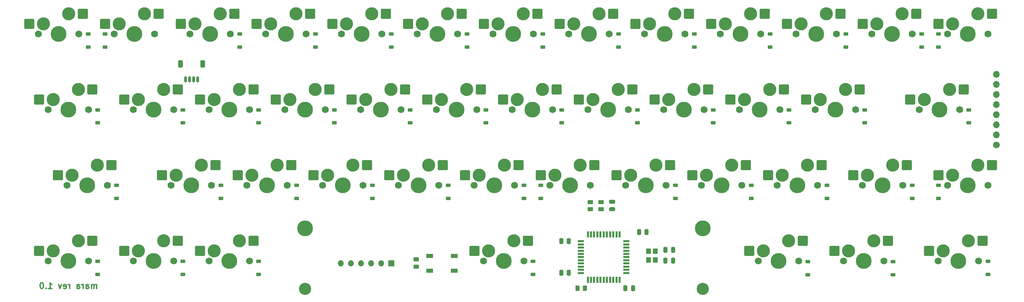
<source format=gbr>
%TF.GenerationSoftware,KiCad,Pcbnew,7.0.1-0*%
%TF.CreationDate,2023-05-30T10:47:41-05:00*%
%TF.ProjectId,pcb,7063622e-6b69-4636-9164-5f7063625858,rev?*%
%TF.SameCoordinates,Original*%
%TF.FileFunction,Soldermask,Bot*%
%TF.FilePolarity,Negative*%
%FSLAX46Y46*%
G04 Gerber Fmt 4.6, Leading zero omitted, Abs format (unit mm)*
G04 Created by KiCad (PCBNEW 7.0.1-0) date 2023-05-30 10:47:41*
%MOMM*%
%LPD*%
G01*
G04 APERTURE LIST*
G04 Aperture macros list*
%AMRoundRect*
0 Rectangle with rounded corners*
0 $1 Rounding radius*
0 $2 $3 $4 $5 $6 $7 $8 $9 X,Y pos of 4 corners*
0 Add a 4 corners polygon primitive as box body*
4,1,4,$2,$3,$4,$5,$6,$7,$8,$9,$2,$3,0*
0 Add four circle primitives for the rounded corners*
1,1,$1+$1,$2,$3*
1,1,$1+$1,$4,$5*
1,1,$1+$1,$6,$7*
1,1,$1+$1,$8,$9*
0 Add four rect primitives between the rounded corners*
20,1,$1+$1,$2,$3,$4,$5,0*
20,1,$1+$1,$4,$5,$6,$7,0*
20,1,$1+$1,$6,$7,$8,$9,0*
20,1,$1+$1,$8,$9,$2,$3,0*%
G04 Aperture macros list end*
%ADD10C,0.300000*%
%ADD11C,1.750000*%
%ADD12C,3.987800*%
%ADD13C,3.300000*%
%ADD14RoundRect,0.250000X1.025000X1.000000X-1.025000X1.000000X-1.025000X-1.000000X1.025000X-1.000000X0*%
%ADD15O,1.700000X1.700000*%
%ADD16C,1.700000*%
%ADD17RoundRect,0.250000X-0.250000X-0.475000X0.250000X-0.475000X0.250000X0.475000X-0.250000X0.475000X0*%
%ADD18RoundRect,0.250000X0.450000X-0.262500X0.450000X0.262500X-0.450000X0.262500X-0.450000X-0.262500X0*%
%ADD19RoundRect,0.225000X0.375000X-0.225000X0.375000X0.225000X-0.375000X0.225000X-0.375000X-0.225000X0*%
%ADD20RoundRect,0.250000X-0.450000X0.262500X-0.450000X-0.262500X0.450000X-0.262500X0.450000X0.262500X0*%
%ADD21C,3.048000*%
%ADD22RoundRect,0.250000X0.250000X0.475000X-0.250000X0.475000X-0.250000X-0.475000X0.250000X-0.475000X0*%
%ADD23R,1.200000X1.400000*%
%ADD24RoundRect,0.250000X0.475000X-0.250000X0.475000X0.250000X-0.475000X0.250000X-0.475000X-0.250000X0*%
%ADD25RoundRect,0.150000X-0.150000X-0.625000X0.150000X-0.625000X0.150000X0.625000X-0.150000X0.625000X0*%
%ADD26RoundRect,0.250000X-0.350000X-0.650000X0.350000X-0.650000X0.350000X0.650000X-0.350000X0.650000X0*%
%ADD27RoundRect,0.250000X-0.262500X-0.450000X0.262500X-0.450000X0.262500X0.450000X-0.262500X0.450000X0*%
%ADD28R,0.550000X1.500000*%
%ADD29R,1.500000X0.550000*%
%ADD30O,1.524000X1.524000*%
%ADD31R,1.524000X1.524000*%
%ADD32R,1.800000X1.100000*%
G04 APERTURE END LIST*
D10*
X44046427Y-112918928D02*
X44046427Y-111918928D01*
X44046427Y-112061785D02*
X43974998Y-111990357D01*
X43974998Y-111990357D02*
X43832141Y-111918928D01*
X43832141Y-111918928D02*
X43617855Y-111918928D01*
X43617855Y-111918928D02*
X43474998Y-111990357D01*
X43474998Y-111990357D02*
X43403570Y-112133214D01*
X43403570Y-112133214D02*
X43403570Y-112918928D01*
X43403570Y-112133214D02*
X43332141Y-111990357D01*
X43332141Y-111990357D02*
X43189284Y-111918928D01*
X43189284Y-111918928D02*
X42974998Y-111918928D01*
X42974998Y-111918928D02*
X42832141Y-111990357D01*
X42832141Y-111990357D02*
X42760712Y-112133214D01*
X42760712Y-112133214D02*
X42760712Y-112918928D01*
X41403570Y-112918928D02*
X41403570Y-112133214D01*
X41403570Y-112133214D02*
X41474998Y-111990357D01*
X41474998Y-111990357D02*
X41617855Y-111918928D01*
X41617855Y-111918928D02*
X41903570Y-111918928D01*
X41903570Y-111918928D02*
X42046427Y-111990357D01*
X41403570Y-112847500D02*
X41546427Y-112918928D01*
X41546427Y-112918928D02*
X41903570Y-112918928D01*
X41903570Y-112918928D02*
X42046427Y-112847500D01*
X42046427Y-112847500D02*
X42117855Y-112704642D01*
X42117855Y-112704642D02*
X42117855Y-112561785D01*
X42117855Y-112561785D02*
X42046427Y-112418928D01*
X42046427Y-112418928D02*
X41903570Y-112347500D01*
X41903570Y-112347500D02*
X41546427Y-112347500D01*
X41546427Y-112347500D02*
X41403570Y-112276071D01*
X40689284Y-112918928D02*
X40689284Y-111918928D01*
X40689284Y-112204642D02*
X40617855Y-112061785D01*
X40617855Y-112061785D02*
X40546427Y-111990357D01*
X40546427Y-111990357D02*
X40403569Y-111918928D01*
X40403569Y-111918928D02*
X40260712Y-111918928D01*
X39117856Y-112918928D02*
X39117856Y-112133214D01*
X39117856Y-112133214D02*
X39189284Y-111990357D01*
X39189284Y-111990357D02*
X39332141Y-111918928D01*
X39332141Y-111918928D02*
X39617856Y-111918928D01*
X39617856Y-111918928D02*
X39760713Y-111990357D01*
X39117856Y-112847500D02*
X39260713Y-112918928D01*
X39260713Y-112918928D02*
X39617856Y-112918928D01*
X39617856Y-112918928D02*
X39760713Y-112847500D01*
X39760713Y-112847500D02*
X39832141Y-112704642D01*
X39832141Y-112704642D02*
X39832141Y-112561785D01*
X39832141Y-112561785D02*
X39760713Y-112418928D01*
X39760713Y-112418928D02*
X39617856Y-112347500D01*
X39617856Y-112347500D02*
X39260713Y-112347500D01*
X39260713Y-112347500D02*
X39117856Y-112276071D01*
X37260713Y-112918928D02*
X37260713Y-111918928D01*
X37260713Y-112204642D02*
X37189284Y-112061785D01*
X37189284Y-112061785D02*
X37117856Y-111990357D01*
X37117856Y-111990357D02*
X36974998Y-111918928D01*
X36974998Y-111918928D02*
X36832141Y-111918928D01*
X35760713Y-112847500D02*
X35903570Y-112918928D01*
X35903570Y-112918928D02*
X36189285Y-112918928D01*
X36189285Y-112918928D02*
X36332142Y-112847500D01*
X36332142Y-112847500D02*
X36403570Y-112704642D01*
X36403570Y-112704642D02*
X36403570Y-112133214D01*
X36403570Y-112133214D02*
X36332142Y-111990357D01*
X36332142Y-111990357D02*
X36189285Y-111918928D01*
X36189285Y-111918928D02*
X35903570Y-111918928D01*
X35903570Y-111918928D02*
X35760713Y-111990357D01*
X35760713Y-111990357D02*
X35689285Y-112133214D01*
X35689285Y-112133214D02*
X35689285Y-112276071D01*
X35689285Y-112276071D02*
X36403570Y-112418928D01*
X35189285Y-111918928D02*
X34832142Y-112918928D01*
X34832142Y-112918928D02*
X34474999Y-111918928D01*
X31974999Y-112918928D02*
X32832142Y-112918928D01*
X32403571Y-112918928D02*
X32403571Y-111418928D01*
X32403571Y-111418928D02*
X32546428Y-111633214D01*
X32546428Y-111633214D02*
X32689285Y-111776071D01*
X32689285Y-111776071D02*
X32832142Y-111847500D01*
X31332143Y-112776071D02*
X31260714Y-112847500D01*
X31260714Y-112847500D02*
X31332143Y-112918928D01*
X31332143Y-112918928D02*
X31403571Y-112847500D01*
X31403571Y-112847500D02*
X31332143Y-112776071D01*
X31332143Y-112776071D02*
X31332143Y-112918928D01*
X30332142Y-111418928D02*
X30189285Y-111418928D01*
X30189285Y-111418928D02*
X30046428Y-111490357D01*
X30046428Y-111490357D02*
X29975000Y-111561785D01*
X29975000Y-111561785D02*
X29903571Y-111704642D01*
X29903571Y-111704642D02*
X29832142Y-111990357D01*
X29832142Y-111990357D02*
X29832142Y-112347500D01*
X29832142Y-112347500D02*
X29903571Y-112633214D01*
X29903571Y-112633214D02*
X29975000Y-112776071D01*
X29975000Y-112776071D02*
X30046428Y-112847500D01*
X30046428Y-112847500D02*
X30189285Y-112918928D01*
X30189285Y-112918928D02*
X30332142Y-112918928D01*
X30332142Y-112918928D02*
X30475000Y-112847500D01*
X30475000Y-112847500D02*
X30546428Y-112776071D01*
X30546428Y-112776071D02*
X30617857Y-112633214D01*
X30617857Y-112633214D02*
X30689285Y-112347500D01*
X30689285Y-112347500D02*
X30689285Y-111990357D01*
X30689285Y-111990357D02*
X30617857Y-111704642D01*
X30617857Y-111704642D02*
X30546428Y-111561785D01*
X30546428Y-111561785D02*
X30475000Y-111490357D01*
X30475000Y-111490357D02*
X30332142Y-111418928D01*
D11*
%TO.C,MX46*%
X168195762Y-86915698D03*
D12*
X163115762Y-86915698D03*
D11*
X158035762Y-86915698D03*
D13*
X159305762Y-84375698D03*
D14*
X155755762Y-84375698D03*
X169205762Y-81835698D03*
D13*
X165655762Y-81835698D03*
%TD*%
D11*
%TO.C,MX55*%
X151526998Y-105965714D03*
D12*
X146446998Y-105965714D03*
D11*
X141366998Y-105965714D03*
D13*
X142636998Y-103425714D03*
D14*
X139086998Y-103425714D03*
X152536998Y-100885714D03*
D13*
X148986998Y-100885714D03*
%TD*%
D11*
%TO.C,MX47*%
X187245778Y-86915698D03*
D12*
X182165778Y-86915698D03*
D11*
X177085778Y-86915698D03*
D13*
X178355778Y-84375698D03*
D14*
X174805778Y-84375698D03*
X188255778Y-81835698D03*
D13*
X184705778Y-81835698D03*
%TD*%
D15*
%TO.C,J5*%
X270300000Y-58965000D03*
X270300000Y-61505000D03*
X270300000Y-64045000D03*
X270300000Y-66585000D03*
X270300000Y-69125000D03*
X270300000Y-71665000D03*
X270300000Y-74205000D03*
D16*
X270300000Y-76745000D03*
%TD*%
D11*
%TO.C,MX53*%
X41989406Y-105965714D03*
D12*
X36909406Y-105965714D03*
D11*
X31829406Y-105965714D03*
D13*
X33099406Y-103425714D03*
D14*
X29549406Y-103425714D03*
X42999406Y-100885714D03*
D13*
X39449406Y-100885714D03*
%TD*%
D17*
%TO.C,C4*%
X180450000Y-98675000D03*
X182350000Y-98675000D03*
%TD*%
D18*
%TO.C,RSW1*%
X124374896Y-107371786D03*
X124374896Y-105546786D03*
%TD*%
D11*
%TO.C,MX54*%
X63420674Y-105965714D03*
D12*
X58340674Y-105965714D03*
D11*
X53260674Y-105965714D03*
D13*
X54530674Y-103425714D03*
D14*
X50980674Y-103425714D03*
X64430674Y-100885714D03*
D13*
X60880674Y-100885714D03*
%TD*%
D19*
%TO.C,D14*%
X41925000Y-52125000D03*
X41925000Y-48825000D03*
%TD*%
D11*
%TO.C,MX56*%
X242014574Y-105965714D03*
D12*
X236934574Y-105965714D03*
D11*
X231854574Y-105965714D03*
D13*
X233124574Y-103425714D03*
D14*
X229574574Y-103425714D03*
X243024574Y-100885714D03*
D13*
X239474574Y-100885714D03*
%TD*%
D11*
%TO.C,MX42*%
X91995698Y-86915698D03*
D12*
X86915698Y-86915698D03*
D11*
X81835698Y-86915698D03*
D13*
X83105698Y-84375698D03*
D14*
X79555698Y-84375698D03*
X93005698Y-81835698D03*
D13*
X89455698Y-81835698D03*
%TD*%
D19*
%TO.C,D35*%
X199087504Y-71200000D03*
X199087504Y-67900000D03*
%TD*%
D11*
%TO.C,MX57*%
X265827094Y-105965714D03*
D12*
X260747094Y-105965714D03*
D11*
X255667094Y-105965714D03*
D13*
X256937094Y-103425714D03*
D14*
X253387094Y-103425714D03*
X266837094Y-100885714D03*
D13*
X263287094Y-100885714D03*
%TD*%
D20*
%TO.C,R3*%
X170900000Y-92937500D03*
X170900000Y-91112500D03*
%TD*%
D11*
%TO.C,MX41*%
X72945682Y-86915698D03*
D12*
X67865682Y-86915698D03*
D11*
X62785682Y-86915698D03*
D13*
X64055682Y-84375698D03*
D14*
X60505682Y-84375698D03*
X73955682Y-81835698D03*
D13*
X70405682Y-81835698D03*
%TD*%
D11*
%TO.C,MX25*%
X249158330Y-48815666D03*
D12*
X244078330Y-48815666D03*
D11*
X238998330Y-48815666D03*
D13*
X240268330Y-46275666D03*
D14*
X236718330Y-46275666D03*
X250168330Y-43735666D03*
D13*
X246618330Y-43735666D03*
%TD*%
D11*
%TO.C,MX22*%
X192008282Y-48815666D03*
D12*
X186928282Y-48815666D03*
D11*
X181848282Y-48815666D03*
D13*
X183118282Y-46275666D03*
D14*
X179568282Y-46275666D03*
X193018282Y-43735666D03*
D13*
X189468282Y-43735666D03*
%TD*%
D11*
%TO.C,MX49*%
X225345810Y-86915698D03*
D12*
X220265810Y-86915698D03*
D11*
X215185810Y-86915698D03*
D13*
X216455810Y-84375698D03*
D14*
X212905810Y-84375698D03*
X226355810Y-81835698D03*
D13*
X222805810Y-81835698D03*
%TD*%
D19*
%TO.C,D46*%
X155725000Y-90200000D03*
X155725000Y-86900000D03*
%TD*%
%TO.C,D40*%
X49068756Y-90200000D03*
X49068756Y-86900000D03*
%TD*%
D17*
%TO.C,CX1*%
X187100000Y-103200000D03*
X189000000Y-103200000D03*
%TD*%
D12*
%TO.C,S1*%
X96440748Y-97710714D03*
D21*
X96440748Y-112950714D03*
D12*
X196453248Y-97710714D03*
D21*
X196453248Y-112950714D03*
%TD*%
D18*
%TO.C,R2*%
X168210000Y-91112500D03*
X168210000Y-92937500D03*
%TD*%
D22*
%TO.C,C1*%
X162775000Y-101000000D03*
X160875000Y-101000000D03*
%TD*%
D19*
%TO.C,D57*%
X268150000Y-109375000D03*
X268150000Y-106075000D03*
%TD*%
D23*
%TO.C,Y1*%
X184500000Y-103475000D03*
X184500000Y-105675000D03*
X182800000Y-105675000D03*
X182800000Y-103475000D03*
%TD*%
D22*
%TO.C,C2*%
X162775000Y-108950000D03*
X160875000Y-108950000D03*
%TD*%
D11*
%TO.C,MX19*%
X134858234Y-48815666D03*
D12*
X129778234Y-48815666D03*
D11*
X124698234Y-48815666D03*
D13*
X125968234Y-46275666D03*
D14*
X122418234Y-46275666D03*
X135868234Y-43735666D03*
D13*
X132318234Y-43735666D03*
%TD*%
D19*
%TO.C,D29*%
X84787504Y-71200000D03*
X84787504Y-67900000D03*
%TD*%
D11*
%TO.C,MX21*%
X172958266Y-48815666D03*
D12*
X167878266Y-48815666D03*
D11*
X162798266Y-48815666D03*
D13*
X164068266Y-46275666D03*
D14*
X160518266Y-46275666D03*
X173968266Y-43735666D03*
D13*
X170418266Y-43735666D03*
%TD*%
D19*
%TO.C,D24*%
X232425000Y-52125000D03*
X232425000Y-48825000D03*
%TD*%
D11*
%TO.C,MX26*%
X82470690Y-105965714D03*
D12*
X77390690Y-105965714D03*
D11*
X72310690Y-105965714D03*
D13*
X73580690Y-103425714D03*
D14*
X70030690Y-103425714D03*
X83480690Y-100885714D03*
D13*
X79930690Y-100885714D03*
%TD*%
D19*
%TO.C,D31*%
X122887504Y-71200000D03*
X122887504Y-67900000D03*
%TD*%
%TO.C,D45*%
X151462512Y-90200000D03*
X151462512Y-86900000D03*
%TD*%
%TO.C,D16*%
X80025000Y-52125000D03*
X80025000Y-48825000D03*
%TD*%
%TO.C,D41*%
X75262512Y-90200000D03*
X75262512Y-86900000D03*
%TD*%
D11*
%TO.C,MX16*%
X77708186Y-48815666D03*
D12*
X72628186Y-48815666D03*
D11*
X67548186Y-48815666D03*
D13*
X68818186Y-46275666D03*
D14*
X65268186Y-46275666D03*
X78718186Y-43735666D03*
D13*
X75168186Y-43735666D03*
%TD*%
D11*
%TO.C,MX32*%
X139620738Y-67865682D03*
D12*
X134540738Y-67865682D03*
D11*
X129460738Y-67865682D03*
D13*
X130730738Y-65325682D03*
D14*
X127180738Y-65325682D03*
X140630738Y-62785682D03*
D13*
X137080738Y-62785682D03*
%TD*%
D19*
%TO.C,D49*%
X227662512Y-90200000D03*
X227662512Y-86900000D03*
%TD*%
%TO.C,D51*%
X255725016Y-90200000D03*
X255725016Y-86900000D03*
%TD*%
%TO.C,D13*%
X255725000Y-52125000D03*
X255725000Y-48825000D03*
%TD*%
%TO.C,D50*%
X249093764Y-90200000D03*
X249093764Y-86900000D03*
%TD*%
D24*
%TO.C,C5*%
X173675000Y-91030000D03*
X173675000Y-92930000D03*
%TD*%
D11*
%TO.C,MX33*%
X158670754Y-67865682D03*
D12*
X153590754Y-67865682D03*
D11*
X148510754Y-67865682D03*
D13*
X149780754Y-65325682D03*
D14*
X146230754Y-65325682D03*
X159680754Y-62785682D03*
D13*
X156130754Y-62785682D03*
%TD*%
D19*
%TO.C,D37*%
X237187504Y-71200000D03*
X237187504Y-67900000D03*
%TD*%
D17*
%TO.C,C3*%
X177025000Y-112850000D03*
X178925000Y-112850000D03*
%TD*%
D11*
%TO.C,MX37*%
X234870818Y-67865682D03*
D12*
X229790818Y-67865682D03*
D11*
X224710818Y-67865682D03*
D13*
X225980818Y-65325682D03*
D14*
X222430818Y-65325682D03*
X235880818Y-62785682D03*
D13*
X232330818Y-62785682D03*
%TD*%
D19*
%TO.C,D18*%
X118125000Y-52125000D03*
X118125000Y-48825000D03*
%TD*%
%TO.C,D28*%
X65737504Y-71200000D03*
X65737504Y-67900000D03*
%TD*%
D11*
%TO.C,MX34*%
X177720770Y-67865682D03*
D12*
X172640770Y-67865682D03*
D11*
X167560770Y-67865682D03*
D13*
X168830770Y-65325682D03*
D14*
X165280770Y-65325682D03*
X178730770Y-62785682D03*
D13*
X175180770Y-62785682D03*
%TD*%
D11*
%TO.C,MX28*%
X63420674Y-67865682D03*
D12*
X58340674Y-67865682D03*
D11*
X53260674Y-67865682D03*
D13*
X54530674Y-65325682D03*
D14*
X50980674Y-65325682D03*
X64430674Y-62785682D03*
D13*
X60880674Y-62785682D03*
%TD*%
D19*
%TO.C,D32*%
X141937504Y-71200000D03*
X141937504Y-67900000D03*
%TD*%
D11*
%TO.C,MX45*%
X149145746Y-86915698D03*
D12*
X144065746Y-86915698D03*
D11*
X138985746Y-86915698D03*
D13*
X140255746Y-84375698D03*
D14*
X136705746Y-84375698D03*
X150155746Y-81835698D03*
D13*
X146605746Y-81835698D03*
%TD*%
D19*
%TO.C,D27*%
X44306252Y-71200000D03*
X44306252Y-67900000D03*
%TD*%
D11*
%TO.C,MX29*%
X82470690Y-67865682D03*
D12*
X77390690Y-67865682D03*
D11*
X72310690Y-67865682D03*
D13*
X73580690Y-65325682D03*
D14*
X70030690Y-65325682D03*
X83480690Y-62785682D03*
D13*
X79930690Y-62785682D03*
%TD*%
D19*
%TO.C,D48*%
X208612512Y-90200000D03*
X208612512Y-86900000D03*
%TD*%
%TO.C,D34*%
X180037504Y-71200000D03*
X180037504Y-67900000D03*
%TD*%
D11*
%TO.C,MX18*%
X115808218Y-48815666D03*
D12*
X110728218Y-48815666D03*
D11*
X105648218Y-48815666D03*
D13*
X106918218Y-46275666D03*
D14*
X103368218Y-46275666D03*
X116818218Y-43735666D03*
D13*
X113268218Y-43735666D03*
%TD*%
D19*
%TO.C,D20*%
X156225000Y-52125000D03*
X156225000Y-48825000D03*
%TD*%
D25*
%TO.C,J3*%
X66425000Y-60235499D03*
X67425000Y-60235499D03*
X68425000Y-60235499D03*
X69425000Y-60235499D03*
D26*
X65125000Y-56360499D03*
X70725000Y-56360499D03*
%TD*%
D11*
%TO.C,MX24*%
X230108314Y-48815666D03*
D12*
X225028314Y-48815666D03*
D11*
X219948314Y-48815666D03*
D13*
X221218314Y-46275666D03*
D14*
X217668314Y-46275666D03*
X231118314Y-43735666D03*
D13*
X227568314Y-43735666D03*
%TD*%
D19*
%TO.C,D19*%
X137175000Y-52125000D03*
X137175000Y-48825000D03*
%TD*%
D11*
%TO.C,MX43*%
X111045714Y-86915698D03*
D12*
X105965714Y-86915698D03*
D11*
X100885714Y-86915698D03*
D13*
X102155714Y-84375698D03*
D14*
X98605714Y-84375698D03*
X112055714Y-81835698D03*
D13*
X108505714Y-81835698D03*
%TD*%
D11*
%TO.C,MX13*%
X268208346Y-48815666D03*
D12*
X263128346Y-48815666D03*
D11*
X258048346Y-48815666D03*
D13*
X259318346Y-46275666D03*
D14*
X255768346Y-46275666D03*
X269218346Y-43735666D03*
D13*
X265668346Y-43735666D03*
%TD*%
D11*
%TO.C,MX36*%
X215820802Y-67865682D03*
D12*
X210740802Y-67865682D03*
D11*
X205660802Y-67865682D03*
D13*
X206930802Y-65325682D03*
D14*
X203380802Y-65325682D03*
X216830802Y-62785682D03*
D13*
X213280802Y-62785682D03*
%TD*%
D27*
%TO.C,R1*%
X164987500Y-112850000D03*
X166812500Y-112850000D03*
%TD*%
D19*
%TO.C,D26*%
X84800000Y-109347500D03*
X84800000Y-106047500D03*
%TD*%
%TO.C,D56*%
X244301268Y-109392500D03*
X244301268Y-106092500D03*
%TD*%
D11*
%TO.C,MX30*%
X101520706Y-67865682D03*
D12*
X96440706Y-67865682D03*
D11*
X91360706Y-67865682D03*
D13*
X92630706Y-65325682D03*
D14*
X89080706Y-65325682D03*
X102530706Y-62785682D03*
D13*
X98980706Y-62785682D03*
%TD*%
D11*
%TO.C,MX39*%
X220583306Y-105965714D03*
D12*
X215503306Y-105965714D03*
D11*
X210423306Y-105965714D03*
D13*
X211693306Y-103425714D03*
D14*
X208143306Y-103425714D03*
X221593306Y-100885714D03*
D13*
X218043306Y-100885714D03*
%TD*%
D19*
%TO.C,D30*%
X103837504Y-71200000D03*
X103837504Y-67900000D03*
%TD*%
D17*
%TO.C,CX2*%
X187100000Y-105900000D03*
X189000000Y-105900000D03*
%TD*%
D11*
%TO.C,MX35*%
X196770786Y-67865682D03*
D12*
X191690786Y-67865682D03*
D11*
X186610786Y-67865682D03*
D13*
X187880786Y-65325682D03*
D14*
X184330786Y-65325682D03*
X197780786Y-62785682D03*
D13*
X194230786Y-62785682D03*
%TD*%
D11*
%TO.C,MX15*%
X58658170Y-48815666D03*
D12*
X53578170Y-48815666D03*
D11*
X48498170Y-48815666D03*
D13*
X49768170Y-46275666D03*
D14*
X46218170Y-46275666D03*
X59668170Y-43735666D03*
D13*
X56118170Y-43735666D03*
%TD*%
D11*
%TO.C,MX48*%
X206295794Y-86915698D03*
D12*
X201215794Y-86915698D03*
D11*
X196135794Y-86915698D03*
D13*
X197405794Y-84375698D03*
D14*
X193855794Y-84375698D03*
X207305794Y-81835698D03*
D13*
X203755794Y-81835698D03*
%TD*%
D19*
%TO.C,D33*%
X160987504Y-71200000D03*
X160987504Y-67900000D03*
%TD*%
D11*
%TO.C,MX31*%
X120570722Y-67865682D03*
D12*
X115490722Y-67865682D03*
D11*
X110410722Y-67865682D03*
D13*
X111680722Y-65325682D03*
D14*
X108130722Y-65325682D03*
X121580722Y-62785682D03*
D13*
X118030722Y-62785682D03*
%TD*%
D19*
%TO.C,D22*%
X194325000Y-52125000D03*
X194325000Y-48825000D03*
%TD*%
D11*
%TO.C,MX17*%
X96758202Y-48815666D03*
D12*
X91678202Y-48815666D03*
D11*
X86598202Y-48815666D03*
D13*
X87868202Y-46275666D03*
D14*
X84318202Y-46275666D03*
X97768202Y-43735666D03*
D13*
X94218202Y-43735666D03*
%TD*%
D19*
%TO.C,D36*%
X218137504Y-71200000D03*
X218137504Y-67900000D03*
%TD*%
D11*
%TO.C,MX51*%
X268208346Y-86915698D03*
D12*
X263128346Y-86915698D03*
D11*
X258048346Y-86915698D03*
D13*
X259318346Y-84375698D03*
D14*
X255768346Y-84375698D03*
X269218346Y-81835698D03*
D13*
X265668346Y-81835698D03*
%TD*%
D28*
%TO.C,U1*%
X167550000Y-99275000D03*
X168350000Y-99275000D03*
X169150000Y-99275000D03*
X169950000Y-99275000D03*
X170750000Y-99275000D03*
X171550000Y-99275000D03*
X172350000Y-99275000D03*
X173150000Y-99275000D03*
X173950000Y-99275000D03*
X174750000Y-99275000D03*
X175550000Y-99275000D03*
D29*
X177250000Y-100975000D03*
X177250000Y-101775000D03*
X177250000Y-102575000D03*
X177250000Y-103375000D03*
X177250000Y-104175000D03*
X177250000Y-104975000D03*
X177250000Y-105775000D03*
X177250000Y-106575000D03*
X177250000Y-107375000D03*
X177250000Y-108175000D03*
X177250000Y-108975000D03*
D28*
X175550000Y-110675000D03*
X174750000Y-110675000D03*
X173950000Y-110675000D03*
X173150000Y-110675000D03*
X172350000Y-110675000D03*
X171550000Y-110675000D03*
X170750000Y-110675000D03*
X169950000Y-110675000D03*
X169150000Y-110675000D03*
X168350000Y-110675000D03*
X167550000Y-110675000D03*
D29*
X165850000Y-108975000D03*
X165850000Y-108175000D03*
X165850000Y-107375000D03*
X165850000Y-106575000D03*
X165850000Y-105775000D03*
X165850000Y-104975000D03*
X165850000Y-104175000D03*
X165850000Y-103375000D03*
X165850000Y-102575000D03*
X165850000Y-101775000D03*
X165850000Y-100975000D03*
%TD*%
D11*
%TO.C,MX44*%
X130095730Y-86915698D03*
D12*
X125015730Y-86915698D03*
D11*
X119935730Y-86915698D03*
D13*
X121205730Y-84375698D03*
D14*
X117655730Y-84375698D03*
X131105730Y-81835698D03*
D13*
X127555730Y-81835698D03*
%TD*%
D11*
%TO.C,MX27*%
X41989406Y-67865682D03*
D12*
X36909406Y-67865682D03*
D11*
X31829406Y-67865682D03*
D13*
X33099406Y-65325682D03*
D14*
X29549406Y-65325682D03*
X42999406Y-62785682D03*
D13*
X39449406Y-62785682D03*
%TD*%
D11*
%TO.C,MX40*%
X46751910Y-86915698D03*
D12*
X41671910Y-86915698D03*
D11*
X36591910Y-86915698D03*
D13*
X37861910Y-84375698D03*
D14*
X34311910Y-84375698D03*
X47761910Y-81835698D03*
D13*
X44211910Y-81835698D03*
%TD*%
D19*
%TO.C,D39*%
X222890626Y-109392500D03*
X222890626Y-106092500D03*
%TD*%
%TO.C,D55*%
X153823756Y-109370000D03*
X153823756Y-106070000D03*
%TD*%
%TO.C,D43*%
X113362512Y-90200000D03*
X113362512Y-86900000D03*
%TD*%
%TO.C,D47*%
X189575000Y-86900000D03*
X189575000Y-90200000D03*
%TD*%
D11*
%TO.C,MX23*%
X211058298Y-48815666D03*
D12*
X205978298Y-48815666D03*
D11*
X200898298Y-48815666D03*
D13*
X202168298Y-46275666D03*
D14*
X198618298Y-46275666D03*
X212068298Y-43735666D03*
D13*
X208518298Y-43735666D03*
%TD*%
D19*
%TO.C,D21*%
X175275000Y-52125000D03*
X175275000Y-48825000D03*
%TD*%
D11*
%TO.C,MX50*%
X246777078Y-86915698D03*
D12*
X241697078Y-86915698D03*
D11*
X236617078Y-86915698D03*
D13*
X237887078Y-84375698D03*
D14*
X234337078Y-84375698D03*
X247787078Y-81835698D03*
D13*
X244237078Y-81835698D03*
%TD*%
D19*
%TO.C,D38*%
X263375000Y-71200000D03*
X263375000Y-67900000D03*
%TD*%
D11*
%TO.C,MX20*%
X153908250Y-48815666D03*
D12*
X148828250Y-48815666D03*
D11*
X143748250Y-48815666D03*
D13*
X145018250Y-46275666D03*
D14*
X141468250Y-46275666D03*
X154918250Y-43735666D03*
D13*
X151368250Y-43735666D03*
%TD*%
D19*
%TO.C,D15*%
X46175000Y-52125000D03*
X46175000Y-48825000D03*
%TD*%
%TO.C,D53*%
X44325000Y-109347500D03*
X44325000Y-106047500D03*
%TD*%
D30*
%TO.C,J2*%
X105474984Y-106550000D03*
X115634984Y-106550000D03*
X110554984Y-106550000D03*
X108014984Y-106550000D03*
X113094984Y-106550000D03*
D31*
X118174984Y-106550000D03*
%TD*%
D32*
%TO.C,SW1*%
X133975000Y-104700000D03*
X127775000Y-108400000D03*
X133975000Y-108400000D03*
X127775000Y-104700000D03*
%TD*%
D19*
%TO.C,D23*%
X213375000Y-52125000D03*
X213375000Y-48825000D03*
%TD*%
%TO.C,D25*%
X251475000Y-52125000D03*
X251475000Y-48825000D03*
%TD*%
%TO.C,D42*%
X94312512Y-90200000D03*
X94312512Y-86900000D03*
%TD*%
D11*
%TO.C,MX38*%
X261064590Y-67865682D03*
D12*
X255984590Y-67865682D03*
D11*
X250904590Y-67865682D03*
D13*
X252174590Y-65325682D03*
D14*
X248624590Y-65325682D03*
X262074590Y-62785682D03*
D13*
X258524590Y-62785682D03*
%TD*%
D19*
%TO.C,D54*%
X65727496Y-109347500D03*
X65727496Y-106047500D03*
%TD*%
%TO.C,D44*%
X132412512Y-90200000D03*
X132412512Y-86900000D03*
%TD*%
%TO.C,D17*%
X99075000Y-52125000D03*
X99075000Y-48825000D03*
%TD*%
D11*
%TO.C,MX14*%
X39608154Y-48815666D03*
D12*
X34528154Y-48815666D03*
D11*
X29448154Y-48815666D03*
D13*
X30718154Y-46275666D03*
D14*
X27168154Y-46275666D03*
X40618154Y-43735666D03*
D13*
X37068154Y-43735666D03*
%TD*%
M02*

</source>
